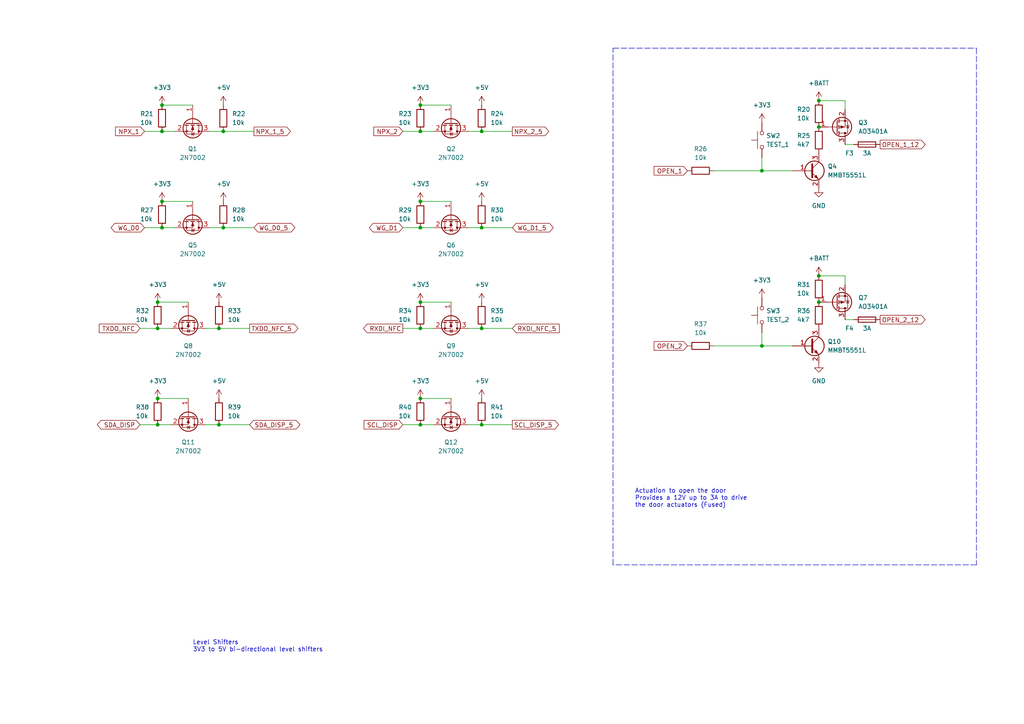
<source format=kicad_sch>
(kicad_sch (version 20211123) (generator eeschema)
  (paper "A4")
  (lib_symbols
    (symbol "Device:Fuse" (pin_numbers hide) (pin_names (offset 0))
      (property "Reference" "F" (at 2.032 0 90))
      (property "Value" "Fuse" (at -1.905 0 90))
      (symbol "Fuse_0_1"
        (rectangle (start -0.762 -2.54) (end 0.762 2.54) (stroke (width 0.254)))
        (polyline (pts (xy 0 2.54) (xy 0 -2.54)))
      )
      (symbol "Fuse_1_1"
        (pin passive line (at 0 3.81 270) (length 1.27) (name "~") (number "1"))
        (pin passive line (at 0 -3.81 90) (length 1.27) (name "~") (number "2"))
      )
    )
    (symbol "Device:R" (pin_numbers hide) (pin_names (offset 0))
      (property "Reference" "R" (at 2.032 0 90))
      (property "Value" "R" (at 0 0 90))
      (symbol "R_0_1"
        (rectangle (start -1.016 -2.54) (end 1.016 2.54) (stroke (width 0.254)))
      )
      (symbol "R_1_1"
        (pin passive line (at 0 3.81 270) (length 1.27) (name "~") (number "1"))
        (pin passive line (at 0 -3.81 90) (length 1.27) (name "~") (number "2"))
      )
    )
    (symbol "Power:V_BATT" (power) (pin_names (offset 0))
      (property "Value" "V_BATT" (at 0 3.556 0))
      (symbol "V_BATT_0_1"
        (polyline (pts (xy -0.762 1.27) (xy 0 2.54)))
        (polyline (pts (xy 0 0) (xy 0 2.54)))
        (polyline (pts (xy 0 2.54) (xy 0.762 1.27)))
      )
      (symbol "V_BATT_1_1"
        (pin power_in line (at 0 0 90) (length 0) hide (name "+BATT") (number "1"))
      )
    )
    (symbol "Switch:SW_Push" (pin_numbers hide) (pin_names (offset 1.016) hide)
      (property "Reference" "SW" (at 1.27 2.54 0))
      (property "Value" "SW_Push" (at 0 -1.524 0))
      (symbol "SW_Push_0_1"
        (circle (center -2.032 0) (radius 0.508))
        (polyline (pts (xy 0 1.27) (xy 0 3.048)))
        (polyline (pts (xy 2.54 1.27) (xy -2.54 1.27)))
        (circle (center 2.032 0) (radius 0.508))
        (pin passive line (at -5.08 0 0) (length 2.54) (name "1") (number "1"))
        (pin passive line (at 5.08 0 180) (length 2.54) (name "2") (number "2"))
      )
    )
    (symbol "Transistor_BJT:MMBT5551L" (pin_names (offset 0) hide)
      (property "Reference" "Q" (at 5.08 1.905 0))
      (property "Value" "MMBT5551L" (at 5.08 0 0))
      (symbol "MMBT5551L_0_1"
        (polyline (pts (xy 0.635 0.635) (xy 2.54 2.54)))
        (polyline (pts (xy 0.635 -0.635) (xy 2.54 -2.54) (xy 2.54 -2.54)))
        (polyline (pts (xy 0.635 1.905) (xy 0.635 -1.905) (xy 0.635 -1.905)) (stroke (width 0.508)))
        (polyline (pts (xy 1.27 -1.778) (xy 1.778 -1.27) (xy 2.286 -2.286) (xy 1.27 -1.778) (xy 1.27 -1.778)) (fill (type outline)))
        (circle (center 1.27 0) (radius 2.8194) (stroke (width 0.254)))
      )
      (symbol "MMBT5551L_1_1"
        (pin input line (at -5.08 0 0) (length 5.715) (name "B") (number "1"))
        (pin passive line (at 2.54 -5.08 90) (length 2.54) (name "E") (number "2"))
        (pin passive line (at 2.54 5.08 270) (length 2.54) (name "C") (number "3"))
      )
    )
    (symbol "Transistor_FET:2N7002" (pin_names hide)
      (property "Reference" "Q" (at 5.08 1.905 0))
      (property "Value" "2N7002" (at 5.08 0 0))
      (symbol "2N7002_0_1"
        (polyline (pts (xy 0.254 0) (xy -2.54 0)))
        (polyline (pts (xy 0.254 1.905) (xy 0.254 -1.905)) (stroke (width 0.254)))
        (polyline (pts (xy 0.762 -1.27) (xy 0.762 -2.286)) (stroke (width 0.254)))
        (polyline (pts (xy 0.762 0.508) (xy 0.762 -0.508)) (stroke (width 0.254)))
        (polyline (pts (xy 0.762 2.286) (xy 0.762 1.27)) (stroke (width 0.254)))
        (polyline (pts (xy 2.54 2.54) (xy 2.54 1.778)))
        (polyline (pts (xy 2.54 -2.54) (xy 2.54 0) (xy 0.762 0)))
        (polyline (pts (xy 0.762 -1.778) (xy 3.302 -1.778) (xy 3.302 1.778) (xy 0.762 1.778)))
        (polyline (pts (xy 1.016 0) (xy 2.032 0.381) (xy 2.032 -0.381) (xy 1.016 0)) (fill (type outline)))
        (polyline (pts (xy 2.794 0.508) (xy 2.921 0.381) (xy 3.683 0.381) (xy 3.81 0.254)))
        (polyline (pts (xy 3.302 0.381) (xy 2.921 -0.254) (xy 3.683 -0.254) (xy 3.302 0.381)))
        (circle (center 1.651 0) (radius 2.794) (stroke (width 0.254)))
        (circle (center 2.54 -1.778) (radius 0.254) (fill (type outline)))
        (circle (center 2.54 1.778) (radius 0.254) (fill (type outline)))
      )
      (symbol "2N7002_1_1"
        (pin input line (at -5.08 0 0) (length 2.54) (name "G") (number "1"))
        (pin passive line (at 2.54 -5.08 90) (length 2.54) (name "S") (number "2"))
        (pin passive line (at 2.54 5.08 270) (length 2.54) (name "D") (number "3"))
      )
    )
    (symbol "Transistor_FET:AO3401A" (pin_names hide)
      (property "Reference" "Q" (at 5.08 1.905 0))
      (property "Value" "AO3401A" (at 5.08 0 0))
      (symbol "AO3401A_0_1"
        (polyline (pts (xy 0.254 0) (xy -2.54 0)))
        (polyline (pts (xy 0.254 1.905) (xy 0.254 -1.905)) (stroke (width 0.254)))
        (polyline (pts (xy 0.762 -1.27) (xy 0.762 -2.286)) (stroke (width 0.254)))
        (polyline (pts (xy 0.762 0.508) (xy 0.762 -0.508)) (stroke (width 0.254)))
        (polyline (pts (xy 0.762 2.286) (xy 0.762 1.27)) (stroke (width 0.254)))
        (polyline (pts (xy 2.54 2.54) (xy 2.54 1.778)))
        (polyline (pts (xy 2.54 -2.54) (xy 2.54 0) (xy 0.762 0)))
        (polyline (pts (xy 0.762 1.778) (xy 3.302 1.778) (xy 3.302 -1.778) (xy 0.762 -1.778)))
        (polyline (pts (xy 2.286 0) (xy 1.27 0.381) (xy 1.27 -0.381) (xy 2.286 0)) (fill (type outline)))
        (polyline (pts (xy 2.794 -0.508) (xy 2.921 -0.381) (xy 3.683 -0.381) (xy 3.81 -0.254)))
        (polyline (pts (xy 3.302 -0.381) (xy 2.921 0.254) (xy 3.683 0.254) (xy 3.302 -0.381)))
        (circle (center 1.651 0) (radius 2.794) (stroke (width 0.254)))
        (circle (center 2.54 -1.778) (radius 0.254) (fill (type outline)))
        (circle (center 2.54 1.778) (radius 0.254) (fill (type outline)))
      )
      (symbol "AO3401A_1_1"
        (pin input line (at -5.08 0 0) (length 2.54) (name "G") (number "1"))
        (pin passive line (at 2.54 -5.08 90) (length 2.54) (name "S") (number "2"))
        (pin passive line (at 2.54 5.08 270) (length 2.54) (name "D") (number "3"))
      )
    )
    (symbol "power:+3V3" (power) (pin_names (offset 0))
      (property "Value" "+3V3" (at 0 3.556 0))
      (symbol "+3V3_0_1"
        (polyline (pts (xy -0.762 1.27) (xy 0 2.54)))
        (polyline (pts (xy 0 0) (xy 0 2.54)))
        (polyline (pts (xy 0 2.54) (xy 0.762 1.27)))
      )
      (symbol "+3V3_1_1"
        (pin power_in line (at 0 0 90) (length 0) hide (name "+3V3") (number "1"))
      )
    )
    (symbol "power:+5V" (power) (pin_names (offset 0))
      (property "Value" "+5V" (at 0 3.556 0))
      (symbol "+5V_0_1"
        (polyline (pts (xy -0.762 1.27) (xy 0 2.54)))
        (polyline (pts (xy 0 0) (xy 0 2.54)))
        (polyline (pts (xy 0 2.54) (xy 0.762 1.27)))
      )
      (symbol "+5V_1_1"
        (pin power_in line (at 0 0 90) (length 0) hide (name "+5V") (number "1"))
      )
    )
    (symbol "power:GND" (power) (pin_names (offset 0))
      (property "Value" "GND" (at 0 -3.81 0))
      (symbol "GND_0_1"
        (polyline (pts (xy 0 0) (xy 0 -1.27) (xy 1.27 -1.27) (xy 0 -2.54) (xy -1.27 -1.27) (xy 0 -1.27)))
      )
      (symbol "GND_1_1"
        (pin power_in line (at 0 0 270) (length 0) hide (name "GND") (number "1"))
      )
    )
  )
  (junction (at 121.92 38.1))
  (junction (at 45.72 123.19))
  (junction (at 121.92 58.42))
  (junction (at 46.99 66.04))
  (junction (at 121.92 87.63))
  (junction (at 64.77 38.1))
  (junction (at 121.92 115.57))
  (junction (at 63.5 123.19))
  (junction (at 237.49 29.21))
  (junction (at 139.7 123.19))
  (junction (at 220.98 49.53))
  (junction (at 220.98 100.33))
  (junction (at 63.5 95.25))
  (junction (at 45.72 95.25))
  (junction (at 121.92 30.48))
  (junction (at 139.7 38.1))
  (junction (at 45.72 87.63))
  (junction (at 237.49 36.83))
  (junction (at 121.92 95.25))
  (junction (at 139.7 95.25))
  (junction (at 64.77 66.04))
  (junction (at 46.99 30.48))
  (junction (at 237.49 80.01))
  (junction (at 121.92 66.04))
  (junction (at 121.92 123.19))
  (junction (at 139.7 66.04))
  (junction (at 237.49 87.63))
  (junction (at 46.99 58.42))
  (junction (at 45.72 115.57))
  (junction (at 46.99 38.1))
  (wire (pts (xy 59.69 95.25) (xy 63.5 95.25)))
  (wire (pts (xy 135.89 66.04) (xy 139.7 66.04)))
  (wire (pts (xy 121.92 58.42) (xy 130.81 58.42)))
  (wire (pts (xy 46.99 66.04) (xy 50.8 66.04)))
  (wire (pts (xy 40.64 95.25) (xy 45.72 95.25)))
  (wire (pts (xy 220.98 49.53) (xy 229.87 49.53)))
  (wire (pts (xy 45.72 87.63) (xy 54.61 87.63)))
  (wire (pts (xy 46.99 38.1) (xy 50.8 38.1)))
  (wire (pts (xy 245.11 92.71) (xy 247.65 92.71)))
  (wire (pts (xy 72.39 123.19) (xy 63.5 123.19)))
  (wire (pts (xy 121.92 95.25) (xy 125.73 95.25)))
  (polyline (pts (xy 283.21 163.83) (xy 177.8 163.83)))
  (wire (pts (xy 135.89 123.19) (xy 139.7 123.19)))
  (wire (pts (xy 220.98 100.33) (xy 229.87 100.33)))
  (wire (pts (xy 139.7 123.19) (xy 148.59 123.19)))
  (wire (pts (xy 121.92 115.57) (xy 130.81 115.57)))
  (wire (pts (xy 207.01 100.33) (xy 220.98 100.33)))
  (wire (pts (xy 135.89 38.1) (xy 139.7 38.1)))
  (wire (pts (xy 121.92 38.1) (xy 125.73 38.1)))
  (wire (pts (xy 245.11 29.21) (xy 245.11 31.75)))
  (wire (pts (xy 121.92 87.63) (xy 130.81 87.63)))
  (wire (pts (xy 139.7 38.1) (xy 148.59 38.1)))
  (wire (pts (xy 46.99 58.42) (xy 55.88 58.42)))
  (wire (pts (xy 72.39 95.25) (xy 63.5 95.25)))
  (wire (pts (xy 139.7 95.25) (xy 148.59 95.25)))
  (wire (pts (xy 121.92 66.04) (xy 125.73 66.04)))
  (polyline (pts (xy 283.21 13.97) (xy 283.21 163.83)))
  (wire (pts (xy 121.92 123.19) (xy 125.73 123.19)))
  (wire (pts (xy 41.91 38.1) (xy 46.99 38.1)))
  (wire (pts (xy 237.49 29.21) (xy 245.11 29.21)))
  (polyline (pts (xy 177.8 13.97) (xy 283.21 13.97)))
  (wire (pts (xy 245.11 41.91) (xy 247.65 41.91)))
  (wire (pts (xy 116.84 95.25) (xy 121.92 95.25)))
  (wire (pts (xy 45.72 123.19) (xy 49.53 123.19)))
  (wire (pts (xy 73.66 66.04) (xy 64.77 66.04)))
  (wire (pts (xy 220.98 45.72) (xy 220.98 49.53)))
  (wire (pts (xy 45.72 95.25) (xy 49.53 95.25)))
  (wire (pts (xy 60.96 66.04) (xy 64.77 66.04)))
  (polyline (pts (xy 177.8 163.83) (xy 177.8 13.97)))
  (wire (pts (xy 139.7 66.04) (xy 148.59 66.04)))
  (wire (pts (xy 116.84 123.19) (xy 121.92 123.19)))
  (wire (pts (xy 220.98 96.52) (xy 220.98 100.33)))
  (wire (pts (xy 60.96 38.1) (xy 64.77 38.1)))
  (wire (pts (xy 59.69 123.19) (xy 63.5 123.19)))
  (wire (pts (xy 41.91 66.04) (xy 46.99 66.04)))
  (wire (pts (xy 116.84 38.1) (xy 121.92 38.1)))
  (wire (pts (xy 45.72 115.57) (xy 54.61 115.57)))
  (wire (pts (xy 64.77 38.1) (xy 73.66 38.1)))
  (wire (pts (xy 40.64 123.19) (xy 45.72 123.19)))
  (wire (pts (xy 116.84 66.04) (xy 121.92 66.04)))
  (wire (pts (xy 245.11 80.01) (xy 245.11 82.55)))
  (wire (pts (xy 121.92 30.48) (xy 130.81 30.48)))
  (wire (pts (xy 135.89 95.25) (xy 139.7 95.25)))
  (wire (pts (xy 207.01 49.53) (xy 220.98 49.53)))
  (wire (pts (xy 237.49 80.01) (xy 245.11 80.01)))
  (wire (pts (xy 46.99 30.48) (xy 55.88 30.48)))
  (text "Level Shifters\n3V3 to 5V bi-directional level shifters" (at 55.88 189.23 0) (effects (font (size 1.27 1.27)) (justify left bottom)))
  (text "Actuation to open the door\nProvides a 12V up to 3A to drive\nthe door actuators (Fused)" (at 184.15 147.32 0) (effects (font (size 1.27 1.27)) (justify left bottom)))
  (global_label "SDA_DISP_5" (shape bidirectional) (at 72.39 123.19 0) (property "Intersheet References" "${INTERSHEET_REFS}" (effects hide)))
  (global_label "NPX_1" (shape input) (at 41.91 38.1 180) (property "Intersheet References" "${INTERSHEET_REFS}" (effects hide)))
  (global_label "OPEN_1" (shape input) (at 199.39 49.53 180) (property "Intersheet References" "${INTERSHEET_REFS}" (effects hide)))
  (global_label "RXDI_NFC" (shape output) (at 116.84 95.25 180) (property "Intersheet References" "${INTERSHEET_REFS}" (effects hide)))
  (global_label "OPEN_2" (shape input) (at 199.39 100.33 180) (property "Intersheet References" "${INTERSHEET_REFS}" (effects hide)))
  (global_label "SCL_DISP_5" (shape output) (at 148.59 123.19 0) (property "Intersheet References" "${INTERSHEET_REFS}" (effects hide)))
  (global_label "WG_D0_5" (shape bidirectional) (at 73.66 66.04 0) (property "Intersheet References" "${INTERSHEET_REFS}" (effects hide)))
  (global_label "OPEN_1_12" (shape output) (at 255.27 41.91 0) (property "Intersheet References" "${INTERSHEET_REFS}" (effects hide)))
  (global_label "SDA_DISP" (shape bidirectional) (at 40.64 123.19 180) (property "Intersheet References" "${INTERSHEET_REFS}" (effects hide)))
  (global_label "SCL_DISP" (shape input) (at 116.84 123.19 180) (property "Intersheet References" "${INTERSHEET_REFS}" (effects hide)))
  (global_label "WG_D0" (shape bidirectional) (at 41.91 66.04 180) (property "Intersheet References" "${INTERSHEET_REFS}" (effects hide)))
  (global_label "NPX_2" (shape input) (at 116.84 38.1 180) (property "Intersheet References" "${INTERSHEET_REFS}" (effects hide)))
  (global_label "RXDI_NFC_5" (shape input) (at 148.59 95.25 0) (property "Intersheet References" "${INTERSHEET_REFS}" (effects hide)))
  (global_label "TXDO_NFC" (shape input) (at 40.64 95.25 180) (property "Intersheet References" "${INTERSHEET_REFS}" (effects hide)))
  (global_label "NPX_1_5" (shape output) (at 73.66 38.1 0) (property "Intersheet References" "${INTERSHEET_REFS}" (effects hide)))
  (global_label "WG_D1" (shape bidirectional) (at 116.84 66.04 180) (property "Intersheet References" "${INTERSHEET_REFS}" (effects hide)))
  (global_label "NPX_2_5" (shape output) (at 148.59 38.1 0) (property "Intersheet References" "${INTERSHEET_REFS}" (effects hide)))
  (global_label "WG_D1_5" (shape bidirectional) (at 148.59 66.04 0) (property "Intersheet References" "${INTERSHEET_REFS}" (effects hide)))
  (global_label "OPEN_2_12" (shape output) (at 255.27 92.71 0) (property "Intersheet References" "${INTERSHEET_REFS}" (effects hide)))
  (global_label "TXDO_NFC_5" (shape output) (at 72.39 95.25 0) (property "Intersheet References" "${INTERSHEET_REFS}" (effects hide)))
  (symbol (lib_id "power:+5V") (at 64.77 58.42 0) (unit 1)
    (property "Reference" "#PWR066" (effects hide))
    (property "Value" "+5V" (at 64.77 53.34 0))
  )
  (symbol (lib_id "Device:R") (at 203.2 100.33 90) (unit 1)
    (property "Reference" "R37" (at 203.2 93.98 90))
    (property "Value" "10k" (at 203.2 96.52 90))
    (property "Footprint" "Resistor_SMD:R_0603_1608Metric" (effects hide))
    (property "LCSC" "C25804" (effects hide))
  )
  (symbol (lib_id "Device:R") (at 203.2 49.53 90) (unit 1)
    (property "Reference" "R26" (at 203.2 43.18 90))
    (property "Value" "10k" (at 203.2 45.72 90))
    (property "Footprint" "Resistor_SMD:R_0603_1608Metric" (effects hide))
    (property "LCSC" "C25804" (effects hide))
  )
  (symbol (lib_id "Transistor_FET:2N7002") (at 54.61 120.65 270) (unit 1)
    (property "Reference" "Q11" (at 54.61 128.27 90))
    (property "Value" "2N7002" (at 54.61 130.81 90))
    (property "Footprint" "Package_TO_SOT_SMD:SOT-23" (effects hide))
    (property "Datasheet" "https://www.onsemi.com/pub/Collateral/NDS7002A-D.PDF" (effects hide))
    (property "LCSC" "C8545" (effects hide))
  )
  (symbol (lib_id "Device:Fuse") (at 251.46 92.71 270) (unit 1)
    (property "Reference" "F4" (at 246.38 95.25 90))
    (property "Value" "3A" (at 251.46 95.25 90))
    (property "Footprint" "Fuse:Fuseholder_Cylinder-5x20mm_Schurter_0031_8201_Horizontal_Open" (effects hide))
    (property "BUY" "C3130" (effects hide))
  )
  (symbol (lib_id "Switch:SW_Push") (at 220.98 91.44 90) (unit 1)
    (property "Reference" "SW3" (at 222.25 90.1699 90) (effects (justify right)))
    (property "Value" "TEST_2" (at 222.25 92.7099 90) (effects (justify right)))
    (property "Footprint" "Button_Switch_SMD:SW_Push_1P1T_NO_CK_KSC7xxJ" (effects hide))
    (property "Datasheet" "https://datasheet.lcsc.com/lcsc/2002271431_XKB-Connectivity-TS-1187A-B-A-B_C318884.pdf" (effects hide))
    (property "LCSC" "C318884" (effects hide))
  )
  (symbol (lib_id "power:GND") (at 237.49 105.41 0) (unit 1)
    (property "Reference" "#PWR075" (effects hide))
    (property "Value" "GND" (at 237.49 110.49 0))
  )
  (symbol (lib_id "power:+5V") (at 64.77 30.48 0) (unit 1)
    (property "Reference" "#PWR060" (effects hide))
    (property "Value" "+5V" (at 64.77 25.4 0))
  )
  (symbol (lib_id "Power:V_BATT") (at 237.49 29.21 0) (unit 1)
    (property "Reference" "#PWR058" (effects hide))
    (property "Value" "V_BATT" (at 237.49 24.13 0))
  )
  (symbol (lib_id "power:+5V") (at 139.7 30.48 0) (unit 1)
    (property "Reference" "#PWR062" (effects hide))
    (property "Value" "+5V" (at 139.7 25.4 0))
  )
  (symbol (lib_id "Device:R") (at 121.92 62.23 0) (unit 1)
    (property "Reference" "R29" (at 115.57 60.96 0) (effects (justify left)))
    (property "Value" "10k" (at 115.57 63.5 0) (effects (justify left)))
    (property "Footprint" "Resistor_SMD:R_0603_1608Metric" (effects hide))
    (property "LCSC" "C25804" (effects hide))
  )
  (symbol (lib_id "power:+3V3") (at 220.98 35.56 0) (unit 1)
    (property "Reference" "#PWR063" (effects hide))
    (property "Value" "+3V3" (at 220.98 30.48 0))
  )
  (symbol (lib_id "Device:Fuse") (at 251.46 41.91 270) (unit 1)
    (property "Reference" "F3" (at 246.38 44.45 90))
    (property "Value" "3A" (at 251.46 44.45 90))
    (property "Footprint" "Fuse:Fuseholder_Cylinder-5x20mm_Schurter_0031_8201_Horizontal_Open" (effects hide))
    (property "BUY" "C3130" (effects hide))
  )
  (symbol (lib_id "Device:R") (at 121.92 119.38 0) (unit 1)
    (property "Reference" "R40" (at 115.57 118.11 0) (effects (justify left)))
    (property "Value" "10k" (at 115.57 120.65 0) (effects (justify left)))
    (property "Footprint" "Resistor_SMD:R_0603_1608Metric" (effects hide))
    (property "LCSC" "C25804" (effects hide))
  )
  (symbol (lib_id "power:+5V") (at 139.7 115.57 0) (unit 1)
    (property "Reference" "#PWR079" (effects hide))
    (property "Value" "+5V" (at 139.7 110.49 0))
  )
  (symbol (lib_id "Device:R") (at 45.72 119.38 0) (unit 1)
    (property "Reference" "R38" (at 39.37 118.11 0) (effects (justify left)))
    (property "Value" "10k" (at 39.37 120.65 0) (effects (justify left)))
    (property "Footprint" "Resistor_SMD:R_0603_1608Metric" (effects hide))
    (property "LCSC" "C25804" (effects hide))
  )
  (symbol (lib_id "power:+5V") (at 139.7 58.42 0) (unit 1)
    (property "Reference" "#PWR068" (effects hide))
    (property "Value" "+5V" (at 139.7 53.34 0))
  )
  (symbol (lib_id "Device:R") (at 63.5 91.44 0) (unit 1)
    (property "Reference" "R33" (at 66.04 90.17 0) (effects (justify left)))
    (property "Value" "10k" (at 66.04 92.71 0) (effects (justify left)))
    (property "Footprint" "Resistor_SMD:R_0603_1608Metric" (effects hide))
    (property "LCSC" "C25804" (effects hide))
  )
  (symbol (lib_id "Device:R") (at 237.49 40.64 0) (unit 1)
    (property "Reference" "R25" (at 231.14 39.37 0) (effects (justify left)))
    (property "Value" "4k7" (at 231.14 41.91 0) (effects (justify left)))
    (property "Footprint" "Resistor_SMD:R_0603_1608Metric" (effects hide))
    (property "LCSC" "C23162" (effects hide))
  )
  (symbol (lib_id "Transistor_FET:AO3401A") (at 242.57 87.63 0) (mirror x) (unit 1)
    (property "Reference" "Q7" (at 248.92 86.3599 0) (effects (justify left)))
    (property "Value" "AO3401A" (at 248.92 88.8999 0) (effects (justify left)))
    (property "Footprint" "Package_TO_SOT_SMD:SOT-23" (effects hide))
    (property "Datasheet" "https://datasheet.lcsc.com/lcsc/1810171817_Alpha---Omega-Semicon-AO3401A_C15127.pdf" (effects hide))
    (property "LCSC" "C15127" (effects hide))
  )
  (symbol (lib_id "power:+3V3") (at 121.92 58.42 0) (unit 1)
    (property "Reference" "#PWR067" (effects hide))
    (property "Value" "+3V3" (at 121.92 53.34 0))
  )
  (symbol (lib_id "Device:R") (at 237.49 83.82 0) (unit 1)
    (property "Reference" "R31" (at 231.14 82.55 0) (effects (justify left)))
    (property "Value" "10k" (at 231.14 85.09 0) (effects (justify left)))
    (property "Footprint" "Resistor_SMD:R_0603_1608Metric" (effects hide))
    (property "LCSC" "C25804" (effects hide))
  )
  (symbol (lib_id "power:+3V3") (at 45.72 87.63 0) (unit 1)
    (property "Reference" "#PWR071" (effects hide))
    (property "Value" "+3V3" (at 45.72 82.55 0))
  )
  (symbol (lib_id "Transistor_FET:2N7002") (at 54.61 92.71 270) (unit 1)
    (property "Reference" "Q8" (at 54.61 100.33 90))
    (property "Value" "2N7002" (at 54.61 102.87 90))
    (property "Footprint" "Package_TO_SOT_SMD:SOT-23" (effects hide))
    (property "Datasheet" "https://www.onsemi.com/pub/Collateral/NDS7002A-D.PDF" (effects hide))
    (property "LCSC" "C8545" (effects hide))
  )
  (symbol (lib_id "Device:R") (at 139.7 91.44 0) (unit 1)
    (property "Reference" "R35" (at 142.24 90.17 0) (effects (justify left)))
    (property "Value" "10k" (at 142.24 92.71 0) (effects (justify left)))
    (property "Footprint" "Resistor_SMD:R_0603_1608Metric" (effects hide))
    (property "LCSC" "C25804" (effects hide))
  )
  (symbol (lib_id "Device:R") (at 63.5 119.38 0) (unit 1)
    (property "Reference" "R39" (at 66.04 118.11 0) (effects (justify left)))
    (property "Value" "10k" (at 66.04 120.65 0) (effects (justify left)))
    (property "Footprint" "Resistor_SMD:R_0603_1608Metric" (effects hide))
    (property "LCSC" "C25804" (effects hide))
  )
  (symbol (lib_id "power:GND") (at 237.49 54.61 0) (unit 1)
    (property "Reference" "#PWR064" (effects hide))
    (property "Value" "GND" (at 237.49 59.69 0))
  )
  (symbol (lib_id "Transistor_BJT:MMBT5551L") (at 234.95 49.53 0) (unit 1)
    (property "Reference" "Q4" (at 240.03 48.2599 0) (effects (justify left)))
    (property "Value" "MMBT5551L" (at 240.03 50.7999 0) (effects (justify left)))
    (property "Footprint" "Package_TO_SOT_SMD:SOT-23" (effects hide))
    (property "Datasheet" "https://datasheet.lcsc.com/lcsc/1810190020_Jiangsu-Changjing-Electronics-Technology-Co---Ltd--MMBT5551_C2145.pdf" (effects hide))
    (property "LCSC" "C2145" (effects hide))
  )
  (symbol (lib_id "Transistor_FET:2N7002") (at 130.81 92.71 270) (unit 1)
    (property "Reference" "Q9" (at 130.81 100.33 90))
    (property "Value" "2N7002" (at 130.81 102.87 90))
    (property "Footprint" "Package_TO_SOT_SMD:SOT-23" (effects hide))
    (property "Datasheet" "https://www.onsemi.com/pub/Collateral/NDS7002A-D.PDF" (effects hide))
    (property "LCSC" "C8545" (effects hide))
  )
  (symbol (lib_id "Transistor_FET:AO3401A") (at 242.57 36.83 0) (mirror x) (unit 1)
    (property "Reference" "Q3" (at 248.92 35.5599 0) (effects (justify left)))
    (property "Value" "AO3401A" (at 248.92 38.0999 0) (effects (justify left)))
    (property "Footprint" "Package_TO_SOT_SMD:SOT-23" (effects hide))
    (property "Datasheet" "https://datasheet.lcsc.com/lcsc/1810171817_Alpha---Omega-Semicon-AO3401A_C15127.pdf" (effects hide))
    (property "LCSC" "C15127" (effects hide))
  )
  (symbol (lib_id "Power:V_BATT") (at 237.49 80.01 0) (unit 1)
    (property "Reference" "#PWR069" (effects hide))
    (property "Value" "V_BATT" (at 237.49 74.93 0))
  )
  (symbol (lib_id "Transistor_FET:2N7002") (at 55.88 35.56 270) (unit 1)
    (property "Reference" "Q1" (at 55.88 43.18 90))
    (property "Value" "2N7002" (at 55.88 45.72 90))
    (property "Footprint" "Package_TO_SOT_SMD:SOT-23" (effects hide))
    (property "Datasheet" "https://datasheet.lcsc.com/lcsc/1810151612_Jiangsu-Changjing-Electronics-Technology-Co---Ltd--2N7002_C8545.pdf" (effects hide))
    (property "LCSC" "C8545" (effects hide))
  )
  (symbol (lib_id "Transistor_FET:2N7002") (at 130.81 35.56 270) (unit 1)
    (property "Reference" "Q2" (at 130.81 43.18 90))
    (property "Value" "2N7002" (at 130.81 45.72 90))
    (property "Footprint" "Package_TO_SOT_SMD:SOT-23" (effects hide))
    (property "Datasheet" "https://www.onsemi.com/pub/Collateral/NDS7002A-D.PDF" (effects hide))
    (property "LCSC" "C8545" (effects hide))
  )
  (symbol (lib_id "power:+5V") (at 63.5 87.63 0) (unit 1)
    (property "Reference" "#PWR072" (effects hide))
    (property "Value" "+5V" (at 63.5 82.55 0))
  )
  (symbol (lib_id "Device:R") (at 121.92 91.44 0) (unit 1)
    (property "Reference" "R34" (at 115.57 90.17 0) (effects (justify left)))
    (property "Value" "10k" (at 115.57 92.71 0) (effects (justify left)))
    (property "Footprint" "Resistor_SMD:R_0603_1608Metric" (effects hide))
    (property "LCSC" "C25804" (effects hide))
  )
  (symbol (lib_id "Switch:SW_Push") (at 220.98 40.64 90) (unit 1)
    (property "Reference" "SW2" (at 222.25 39.3699 90) (effects (justify right)))
    (property "Value" "TEST_1" (at 222.25 41.9099 90) (effects (justify right)))
    (property "Footprint" "Button_Switch_SMD:SW_Push_1P1T_NO_CK_KSC7xxJ" (effects hide))
    (property "Datasheet" "https://datasheet.lcsc.com/lcsc/2002271431_XKB-Connectivity-TS-1187A-B-A-B_C318884.pdf" (effects hide))
    (property "LCSC" "C318884" (effects hide))
  )
  (symbol (lib_id "Transistor_FET:2N7002") (at 130.81 63.5 270) (unit 1)
    (property "Reference" "Q6" (at 130.81 71.12 90))
    (property "Value" "2N7002" (at 130.81 73.66 90))
    (property "Footprint" "Package_TO_SOT_SMD:SOT-23" (effects hide))
    (property "Datasheet" "https://www.onsemi.com/pub/Collateral/NDS7002A-D.PDF" (effects hide))
    (property "LCSC" "C8545" (effects hide))
  )
  (symbol (lib_id "Device:R") (at 139.7 62.23 0) (unit 1)
    (property "Reference" "R30" (at 142.24 60.96 0) (effects (justify left)))
    (property "Value" "10k" (at 142.24 63.5 0) (effects (justify left)))
    (property "Footprint" "Resistor_SMD:R_0603_1608Metric" (effects hide))
    (property "LCSC" "C25804" (effects hide))
  )
  (symbol (lib_id "Device:R") (at 237.49 33.02 0) (unit 1)
    (property "Reference" "R20" (at 231.14 31.75 0) (effects (justify left)))
    (property "Value" "10k" (at 231.14 34.29 0) (effects (justify left)))
    (property "Footprint" "Resistor_SMD:R_0603_1608Metric" (effects hide))
    (property "LCSC" "C25804" (effects hide))
  )
  (symbol (lib_id "Transistor_FET:2N7002") (at 55.88 63.5 270) (unit 1)
    (property "Reference" "Q5" (at 55.88 71.12 90))
    (property "Value" "2N7002" (at 55.88 73.66 90))
    (property "Footprint" "Package_TO_SOT_SMD:SOT-23" (effects hide))
    (property "Datasheet" "https://www.onsemi.com/pub/Collateral/NDS7002A-D.PDF" (effects hide))
    (property "LCSC" "C8545" (effects hide))
  )
  (symbol (lib_id "Device:R") (at 237.49 91.44 0) (unit 1)
    (property "Reference" "R36" (at 231.14 90.17 0) (effects (justify left)))
    (property "Value" "4k7" (at 231.14 92.71 0) (effects (justify left)))
    (property "Footprint" "Resistor_SMD:R_0603_1608Metric" (effects hide))
    (property "LCSC" "C23162" (effects hide))
  )
  (symbol (lib_id "power:+5V") (at 63.5 115.57 0) (unit 1)
    (property "Reference" "#PWR077" (effects hide))
    (property "Value" "+5V" (at 63.5 110.49 0))
  )
  (symbol (lib_id "power:+3V3") (at 220.98 86.36 0) (unit 1)
    (property "Reference" "#PWR070" (effects hide))
    (property "Value" "+3V3" (at 220.98 81.28 0))
  )
  (symbol (lib_id "Device:R") (at 64.77 62.23 0) (unit 1)
    (property "Reference" "R28" (at 67.31 60.96 0) (effects (justify left)))
    (property "Value" "10k" (at 67.31 63.5 0) (effects (justify left)))
    (property "Footprint" "Resistor_SMD:R_0603_1608Metric" (effects hide))
    (property "LCSC" "C25804" (effects hide))
  )
  (symbol (lib_id "Device:R") (at 46.99 62.23 0) (unit 1)
    (property "Reference" "R27" (at 40.64 60.96 0) (effects (justify left)))
    (property "Value" "10k" (at 40.64 63.5 0) (effects (justify left)))
    (property "Footprint" "Resistor_SMD:R_0603_1608Metric" (effects hide))
    (property "LCSC" "C25804" (effects hide))
  )
  (symbol (lib_id "Transistor_BJT:MMBT5551L") (at 234.95 100.33 0) (unit 1)
    (property "Reference" "Q10" (at 240.03 99.0599 0) (effects (justify left)))
    (property "Value" "MMBT5551L" (at 240.03 101.5999 0) (effects (justify left)))
    (property "Footprint" "Package_TO_SOT_SMD:SOT-23" (effects hide))
    (property "Datasheet" "https://datasheet.lcsc.com/lcsc/1810190020_Jiangsu-Changjing-Electronics-Technology-Co---Ltd--MMBT5551_C2145.pdf" (effects hide))
    (property "LCSC" "C2145" (effects hide))
  )
  (symbol (lib_id "Device:R") (at 45.72 91.44 0) (unit 1)
    (property "Reference" "R32" (at 39.37 90.17 0) (effects (justify left)))
    (property "Value" "10k" (at 39.37 92.71 0) (effects (justify left)))
    (property "Footprint" "Resistor_SMD:R_0603_1608Metric" (effects hide))
    (property "LCSC" "C25804" (effects hide))
  )
  (symbol (lib_id "power:+3V3") (at 45.72 115.57 0) (unit 1)
    (property "Reference" "#PWR076" (effects hide))
    (property "Value" "+3V3" (at 45.72 110.49 0))
  )
  (symbol (lib_id "Device:R") (at 139.7 34.29 0) (unit 1)
    (property "Reference" "R24" (at 142.24 33.02 0) (effects (justify left)))
    (property "Value" "10k" (at 142.24 35.56 0) (effects (justify left)))
    (property "Footprint" "Resistor_SMD:R_0603_1608Metric" (effects hide))
    (property "LCSC" "C25804" (effects hide))
  )
  (symbol (lib_id "Transistor_FET:2N7002") (at 130.81 120.65 270) (unit 1)
    (property "Reference" "Q12" (at 130.81 128.27 90))
    (property "Value" "2N7002" (at 130.81 130.81 90))
    (property "Footprint" "Package_TO_SOT_SMD:SOT-23" (effects hide))
    (property "Datasheet" "https://www.onsemi.com/pub/Collateral/NDS7002A-D.PDF" (effects hide))
    (property "LCSC" "C8545" (effects hide))
  )
  (symbol (lib_id "Device:R") (at 139.7 119.38 0) (unit 1)
    (property "Reference" "R41" (at 142.24 118.11 0) (effects (justify left)))
    (property "Value" "10k" (at 142.24 120.65 0) (effects (justify left)))
    (property "Footprint" "Resistor_SMD:R_0603_1608Metric" (effects hide))
    (property "LCSC" "C25804" (effects hide))
  )
  (symbol (lib_id "power:+3V3") (at 121.92 115.57 0) (unit 1)
    (property "Reference" "#PWR078" (effects hide))
    (property "Value" "+3V3" (at 121.92 110.49 0))
  )
  (symbol (lib_id "Device:R") (at 64.77 34.29 0) (unit 1)
    (property "Reference" "R22" (at 67.31 33.02 0) (effects (justify left)))
    (property "Value" "10k" (at 67.31 35.56 0) (effects (justify left)))
    (property "Footprint" "Resistor_SMD:R_0603_1608Metric" (effects hide))
    (property "LCSC" "C25804" (effects hide))
  )
  (symbol (lib_id "power:+5V") (at 139.7 87.63 0) (unit 1)
    (property "Reference" "#PWR074" (effects hide))
    (property "Value" "+5V" (at 139.7 82.55 0))
  )
  (symbol (lib_id "power:+3V3") (at 46.99 58.42 0) (unit 1)
    (property "Reference" "#PWR065" (effects hide))
    (property "Value" "+3V3" (at 46.99 53.34 0))
  )
  (symbol (lib_id "power:+3V3") (at 121.92 87.63 0) (unit 1)
    (property "Reference" "#PWR073" (effects hide))
    (property "Value" "+3V3" (at 121.92 82.55 0))
  )
  (symbol (lib_id "power:+3V3") (at 46.99 30.48 0) (unit 1)
    (property "Reference" "#PWR059" (effects hide))
    (property "Value" "+3V3" (at 46.99 25.4 0))
  )
  (symbol (lib_id "Device:R") (at 46.99 34.29 0) (unit 1)
    (property "Reference" "R21" (at 40.64 33.02 0) (effects (justify left)))
    (property "Value" "10k" (at 40.64 35.56 0) (effects (justify left)))
    (property "Footprint" "Resistor_SMD:R_0603_1608Metric" (effects hide))
    (property "LCSC" "C25804" (effects hide))
  )
  (symbol (lib_id "Device:R") (at 121.92 34.29 0) (unit 1)
    (property "Reference" "R23" (at 115.57 33.02 0) (effects (justify left)))
    (property "Value" "10k" (at 115.57 35.56 0) (effects (justify left)))
    (property "Footprint" "Resistor_SMD:R_0603_1608Metric" (effects hide))
    (property "LCSC" "C25804" (effects hide))
  )
  (symbol (lib_id "power:+3V3") (at 121.92 30.48 0) (unit 1)
    (property "Reference" "#PWR061" (effects hide))
    (property "Value" "+3V3" (at 121.92 25.4 0))
  )
)
</source>
